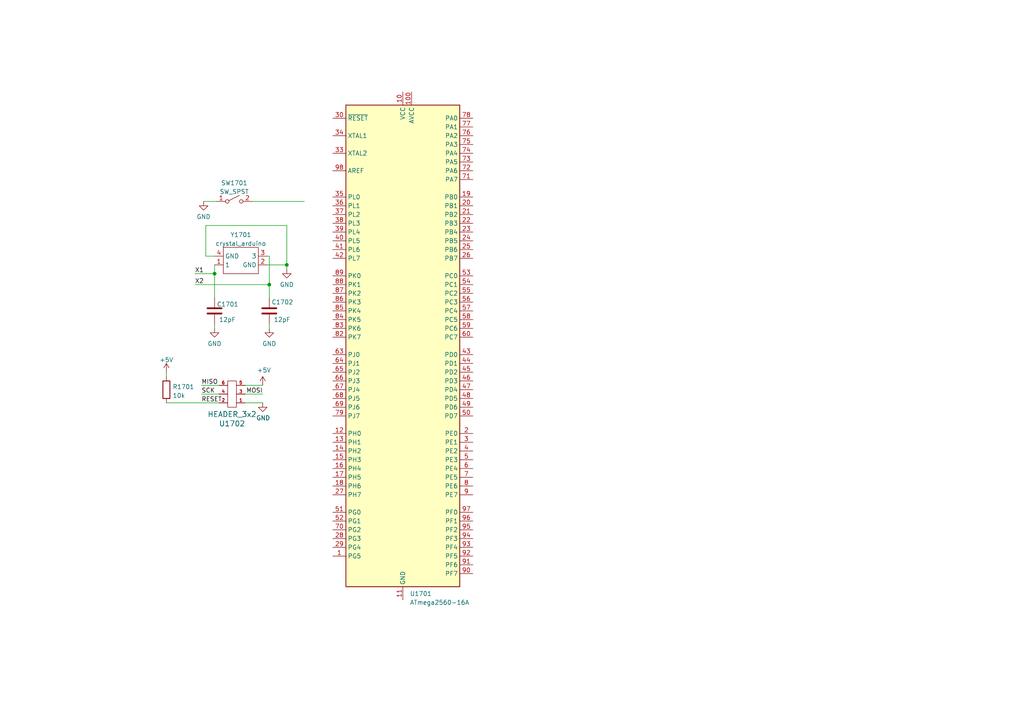
<source format=kicad_sch>
(kicad_sch (version 20211123) (generator eeschema)
  (paper "A4")
  (lib_symbols
    (symbol "Device:C" (pin_numbers hide) (pin_names (offset 0.254))
      (property "Reference" "C" (at 0.635 2.54 0))
      (property "Value" "C" (at 0.635 -2.54 0))
      (symbol "C_0_1"
        (polyline (pts (xy -2.032 -0.762) (xy 2.032 -0.762)) (stroke (width 0.508)))
        (polyline (pts (xy -2.032 0.762) (xy 2.032 0.762)) (stroke (width 0.508)))
      )
      (symbol "C_1_1"
        (pin passive line (at 0 3.81 270) (length 2.794) (name "~") (number "1"))
        (pin passive line (at 0 -3.81 90) (length 2.794) (name "~") (number "2"))
      )
    )
    (symbol "Device:R" (pin_numbers hide) (pin_names (offset 0))
      (property "Reference" "R" (at 2.032 0 90))
      (property "Value" "R" (at 0 0 90))
      (symbol "R_0_1"
        (rectangle (start -1.016 -2.54) (end 1.016 2.54) (stroke (width 0.254)))
      )
      (symbol "R_1_1"
        (pin passive line (at 0 3.81 270) (length 1.27) (name "~") (number "1"))
        (pin passive line (at 0 -3.81 90) (length 1.27) (name "~") (number "2"))
      )
    )
    (symbol "MCU_Microchip_ATmega:ATmega2560-16A"
      (property "Reference" "U" (at 0 1.27 0))
      (property "Value" "ATmega2560-16A" (at 0 -1.27 0))
      (symbol "ATmega2560-16A_0_1"
        (rectangle (start -16.51 -69.85) (end 16.51 69.85) (stroke (width 0.254)) (fill (type background)))
      )
      (symbol "ATmega2560-16A_1_1"
        (pin bidirectional line (at -20.32 -60.96 0) (length 3.81) (name "PG5") (number "1"))
        (pin power_in line (at 0 73.66 270) (length 3.81) (name "VCC") (number "10"))
        (pin power_in line (at 2.54 73.66 270) (length 3.81) (name "AVCC") (number "100"))
        (pin power_in line (at 0 -73.66 90) (length 3.81) (name "GND") (number "11"))
        (pin bidirectional line (at -20.32 -25.4 0) (length 3.81) (name "PH0") (number "12"))
        (pin bidirectional line (at -20.32 -27.94 0) (length 3.81) (name "PH1") (number "13"))
        (pin bidirectional line (at -20.32 -30.48 0) (length 3.81) (name "PH2") (number "14"))
        (pin bidirectional line (at -20.32 -33.02 0) (length 3.81) (name "PH3") (number "15"))
        (pin bidirectional line (at -20.32 -35.56 0) (length 3.81) (name "PH4") (number "16"))
        (pin bidirectional line (at -20.32 -38.1 0) (length 3.81) (name "PH5") (number "17"))
        (pin bidirectional line (at -20.32 -40.64 0) (length 3.81) (name "PH6") (number "18"))
        (pin bidirectional line (at 20.32 43.18 180) (length 3.81) (name "PB0") (number "19"))
        (pin bidirectional line (at 20.32 -25.4 180) (length 3.81) (name "PE0") (number "2"))
        (pin bidirectional line (at 20.32 40.64 180) (length 3.81) (name "PB1") (number "20"))
        (pin bidirectional line (at 20.32 38.1 180) (length 3.81) (name "PB2") (number "21"))
        (pin bidirectional line (at 20.32 35.56 180) (length 3.81) (name "PB3") (number "22"))
        (pin bidirectional line (at 20.32 33.02 180) (length 3.81) (name "PB4") (number "23"))
        (pin bidirectional line (at 20.32 30.48 180) (length 3.81) (name "PB5") (number "24"))
        (pin bidirectional line (at 20.32 27.94 180) (length 3.81) (name "PB6") (number "25"))
        (pin bidirectional line (at 20.32 25.4 180) (length 3.81) (name "PB7") (number "26"))
        (pin bidirectional line (at -20.32 -43.18 0) (length 3.81) (name "PH7") (number "27"))
        (pin bidirectional line (at -20.32 -55.88 0) (length 3.81) (name "PG3") (number "28"))
        (pin bidirectional line (at -20.32 -58.42 0) (length 3.81) (name "PG4") (number "29"))
        (pin bidirectional line (at 20.32 -27.94 180) (length 3.81) (name "PE1") (number "3"))
        (pin input line (at -20.32 66.04 0) (length 3.81) (name "~{RESET}") (number "30"))
        (pin passive line (at 0 73.66 270) (length 3.81) hide (name "VCC") (number "31"))
        (pin passive line (at 0 -73.66 90) (length 3.81) hide (name "GND") (number "32"))
        (pin output line (at -20.32 55.88 0) (length 3.81) (name "XTAL2") (number "33"))
        (pin input line (at -20.32 60.96 0) (length 3.81) (name "XTAL1") (number "34"))
        (pin bidirectional line (at -20.32 43.18 0) (length 3.81) (name "PL0") (number "35"))
        (pin bidirectional line (at -20.32 40.64 0) (length 3.81) (name "PL1") (number "36"))
        (pin bidirectional line (at -20.32 38.1 0) (length 3.81) (name "PL2") (number "37"))
        (pin bidirectional line (at -20.32 35.56 0) (length 3.81) (name "PL3") (number "38"))
        (pin bidirectional line (at -20.32 33.02 0) (length 3.81) (name "PL4") (number "39"))
        (pin bidirectional line (at 20.32 -30.48 180) (length 3.81) (name "PE2") (number "4"))
        (pin bidirectional line (at -20.32 30.48 0) (length 3.81) (name "PL5") (number "40"))
        (pin bidirectional line (at -20.32 27.94 0) (length 3.81) (name "PL6") (number "41"))
        (pin bidirectional line (at -20.32 25.4 0) (length 3.81) (name "PL7") (number "42"))
        (pin bidirectional line (at 20.32 -2.54 180) (length 3.81) (name "PD0") (number "43"))
        (pin bidirectional line (at 20.32 -5.08 180) (length 3.81) (name "PD1") (number "44"))
        (pin bidirectional line (at 20.32 -7.62 180) (length 3.81) (name "PD2") (number "45"))
        (pin bidirectional line (at 20.32 -10.16 180) (length 3.81) (name "PD3") (number "46"))
        (pin bidirectional line (at 20.32 -12.7 180) (length 3.81) (name "PD4") (number "47"))
        (pin bidirectional line (at 20.32 -15.24 180) (length 3.81) (name "PD5") (number "48"))
        (pin bidirectional line (at 20.32 -17.78 180) (length 3.81) (name "PD6") (number "49"))
        (pin bidirectional line (at 20.32 -33.02 180) (length 3.81) (name "PE3") (number "5"))
        (pin bidirectional line (at 20.32 -20.32 180) (length 3.81) (name "PD7") (number "50"))
        (pin bidirectional line (at -20.32 -48.26 0) (length 3.81) (name "PG0") (number "51"))
        (pin bidirectional line (at -20.32 -50.8 0) (length 3.81) (name "PG1") (number "52"))
        (pin bidirectional line (at 20.32 20.32 180) (length 3.81) (name "PC0") (number "53"))
        (pin bidirectional line (at 20.32 17.78 180) (length 3.81) (name "PC1") (number "54"))
        (pin bidirectional line (at 20.32 15.24 180) (length 3.81) (name "PC2") (number "55"))
        (pin bidirectional line (at 20.32 12.7 180) (length 3.81) (name "PC3") (number "56"))
        (pin bidirectional line (at 20.32 10.16 180) (length 3.81) (name "PC4") (number "57"))
        (pin bidirectional line (at 20.32 7.62 180) (length 3.81) (name "PC5") (number "58"))
        (pin bidirectional line (at 20.32 5.08 180) (length 3.81) (name "PC6") (number "59"))
        (pin bidirectional line (at 20.32 -35.56 180) (length 3.81) (name "PE4") (number "6"))
        (pin bidirectional line (at 20.32 2.54 180) (length 3.81) (name "PC7") (number "60"))
        (pin passive line (at 0 73.66 270) (length 3.81) hide (name "VCC") (number "61"))
        (pin passive line (at 0 -73.66 90) (length 3.81) hide (name "GND") (number "62"))
        (pin bidirectional line (at -20.32 -2.54 0) (length 3.81) (name "PJ0") (number "63"))
        (pin bidirectional line (at -20.32 -5.08 0) (length 3.81) (name "PJ1") (number "64"))
        (pin bidirectional line (at -20.32 -7.62 0) (length 3.81) (name "PJ2") (number "65"))
        (pin bidirectional line (at -20.32 -10.16 0) (length 3.81) (name "PJ3") (number "66"))
        (pin bidirectional line (at -20.32 -12.7 0) (length 3.81) (name "PJ4") (number "67"))
        (pin bidirectional line (at -20.32 -15.24 0) (length 3.81) (name "PJ5") (number "68"))
        (pin bidirectional line (at -20.32 -17.78 0) (length 3.81) (name "PJ6") (number "69"))
        (pin bidirectional line (at 20.32 -38.1 180) (length 3.81) (name "PE5") (number "7"))
        (pin bidirectional line (at -20.32 -53.34 0) (length 3.81) (name "PG2") (number "70"))
        (pin bidirectional line (at 20.32 48.26 180) (length 3.81) (name "PA7") (number "71"))
        (pin bidirectional line (at 20.32 50.8 180) (length 3.81) (name "PA6") (number "72"))
        (pin bidirectional line (at 20.32 53.34 180) (length 3.81) (name "PA5") (number "73"))
        (pin bidirectional line (at 20.32 55.88 180) (length 3.81) (name "PA4") (number "74"))
        (pin bidirectional line (at 20.32 58.42 180) (length 3.81) (name "PA3") (number "75"))
        (pin bidirectional line (at 20.32 60.96 180) (length 3.81) (name "PA2") (number "76"))
        (pin bidirectional line (at 20.32 63.5 180) (length 3.81) (name "PA1") (number "77"))
        (pin bidirectional line (at 20.32 66.04 180) (length 3.81) (name "PA0") (number "78"))
        (pin bidirectional line (at -20.32 -20.32 0) (length 3.81) (name "PJ7") (number "79"))
        (pin bidirectional line (at 20.32 -40.64 180) (length 3.81) (name "PE6") (number "8"))
        (pin passive line (at 0 73.66 270) (length 3.81) hide (name "VCC") (number "80"))
        (pin passive line (at 0 -73.66 90) (length 3.81) hide (name "GND") (number "81"))
        (pin bidirectional line (at -20.32 2.54 0) (length 3.81) (name "PK7") (number "82"))
        (pin bidirectional line (at -20.32 5.08 0) (length 3.81) (name "PK6") (number "83"))
        (pin bidirectional line (at -20.32 7.62 0) (length 3.81) (name "PK5") (number "84"))
        (pin bidirectional line (at -20.32 10.16 0) (length 3.81) (name "PK4") (number "85"))
        (pin bidirectional line (at -20.32 12.7 0) (length 3.81) (name "PK3") (number "86"))
        (pin bidirectional line (at -20.32 15.24 0) (length 3.81) (name "PK2") (number "87"))
        (pin bidirectional line (at -20.32 17.78 0) (length 3.81) (name "PK1") (number "88"))
        (pin bidirectional line (at -20.32 20.32 0) (length 3.81) (name "PK0") (number "89"))
        (pin bidirectional line (at 20.32 -43.18 180) (length 3.81) (name "PE7") (number "9"))
        (pin bidirectional line (at 20.32 -66.04 180) (length 3.81) (name "PF7") (number "90"))
        (pin bidirectional line (at 20.32 -63.5 180) (length 3.81) (name "PF6") (number "91"))
        (pin bidirectional line (at 20.32 -60.96 180) (length 3.81) (name "PF5") (number "92"))
        (pin bidirectional line (at 20.32 -58.42 180) (length 3.81) (name "PF4") (number "93"))
        (pin bidirectional line (at 20.32 -55.88 180) (length 3.81) (name "PF3") (number "94"))
        (pin bidirectional line (at 20.32 -53.34 180) (length 3.81) (name "PF2") (number "95"))
        (pin bidirectional line (at 20.32 -50.8 180) (length 3.81) (name "PF1") (number "96"))
        (pin bidirectional line (at 20.32 -48.26 180) (length 3.81) (name "PF0") (number "97"))
        (pin passive line (at -20.32 50.8 0) (length 3.81) (name "AREF") (number "98"))
        (pin passive line (at 0 -73.66 90) (length 3.81) hide (name "GND") (number "99"))
      )
    )
    (symbol "Switch:SW_SPST" (pin_names (offset 0) hide)
      (property "Reference" "SW" (at 0 3.175 0))
      (property "Value" "SW_SPST" (at 0 -2.54 0))
      (symbol "SW_SPST_0_0"
        (circle (center -2.032 0) (radius 0.508))
        (polyline (pts (xy -1.524 0.254) (xy 1.524 1.778)))
        (circle (center 2.032 0) (radius 0.508))
      )
      (symbol "SW_SPST_1_1"
        (pin passive line (at -5.08 0 0) (length 2.54) (name "A") (number "1"))
        (pin passive line (at 5.08 0 180) (length 2.54) (name "B") (number "2"))
      )
    )
    (symbol "custom_bas:crystal_arduino"
      (property "Reference" "Y" (at -2.54 0 0))
      (property "Value" "crystal_arduino" (at -1.27 2.54 0))
      (symbol "crystal_arduino_0_1"
        (rectangle (start -7.62 11.43) (end 2.54 3.81) (stroke (width 0.1524)))
      )
      (symbol "crystal_arduino_1_1"
        (pin passive line (at -10.16 6.35 0) (length 2.54) (name "1") (number "1"))
        (pin power_in line (at 5.08 6.35 180) (length 2.54) (name "GND") (number "2"))
        (pin passive line (at 5.08 8.89 180) (length 2.54) (name "3") (number "3"))
        (pin power_in line (at -10.16 8.89 0) (length 2.54) (name "GND") (number "4"))
      )
    )
    (symbol "power:+5V" (power) (pin_names (offset 0))
      (property "Value" "+5V" (at 0 3.556 0))
      (symbol "+5V_0_1"
        (polyline (pts (xy -0.762 1.27) (xy 0 2.54)))
        (polyline (pts (xy 0 0) (xy 0 2.54)))
        (polyline (pts (xy 0 2.54) (xy 0.762 1.27)))
      )
      (symbol "+5V_1_1"
        (pin power_in line (at 0 0 90) (length 0) hide (name "+5V") (number "1"))
      )
    )
    (symbol "power:GND" (power) (pin_names (offset 0))
      (property "Value" "GND" (at 0 -3.81 0))
      (symbol "GND_0_1"
        (polyline (pts (xy 0 0) (xy 0 -1.27) (xy 1.27 -1.27) (xy 0 -2.54) (xy -1.27 -1.27) (xy 0 -1.27)))
      )
      (symbol "GND_1_1"
        (pin power_in line (at 0 0 270) (length 0) hide (name "GND") (number "1"))
      )
    )
    (symbol "servoDriverSMD-rescue:HEADER_3x2-w_connectors" (pin_names (offset 0))
      (property "Reference" "J" (at 0 5.08 0))
      (property "Value" "HEADER_3x2-w_connectors" (at 0 -5.08 0))
      (symbol "HEADER_3x2-w_connectors_0_1"
        (rectangle (start 1.27 3.81) (end -1.27 -3.81))
      )
      (symbol "HEADER_3x2-w_connectors_1_1"
        (pin passive line (at -3.81 2.54 0) (length 2.54) (name "~") (number "1"))
        (pin passive line (at 3.81 2.54 180) (length 2.54) (name "~") (number "2"))
        (pin passive line (at -3.81 0 0) (length 2.54) (name "~") (number "3"))
        (pin passive line (at 3.81 0 180) (length 2.54) (name "~") (number "4"))
        (pin passive line (at -3.81 -2.54 0) (length 2.54) (name "~") (number "5"))
        (pin passive line (at 3.81 -2.54 180) (length 2.54) (name "~") (number "6"))
      )
    )
  )
  (junction (at 83.185 76.835))
  (junction (at 62.23 79.375))
  (junction (at 78.105 82.55))
  (wire (pts (xy 56.515 79.375) (xy 62.23 79.375)))
  (wire (pts (xy 59.69 74.295) (xy 59.69 65.405)))
  (wire (pts (xy 58.42 111.76) (xy 63.5 111.76)))
  (wire (pts (xy 78.105 74.295) (xy 78.105 82.55)))
  (wire (pts (xy 62.23 93.98) (xy 62.23 95.25)))
  (wire (pts (xy 62.23 79.375) (xy 62.23 86.36)))
  (wire (pts (xy 71.12 116.84) (xy 76.2 116.84)))
  (wire (pts (xy 78.105 82.55) (xy 78.105 86.36)))
  (wire (pts (xy 71.12 114.3) (xy 76.2 114.3)))
  (wire (pts (xy 59.055 58.42) (xy 62.865 58.42)))
  (wire (pts (xy 83.185 76.835) (xy 83.185 78.105)))
  (wire (pts (xy 78.105 93.98) (xy 78.105 95.25)))
  (wire (pts (xy 56.515 82.55) (xy 78.105 82.55)))
  (wire (pts (xy 62.23 76.835) (xy 62.23 79.375)))
  (wire (pts (xy 83.185 65.405) (xy 83.185 76.835)))
  (wire (pts (xy 78.105 74.295) (xy 77.47 74.295)))
  (wire (pts (xy 63.5 114.3) (xy 58.42 114.3)))
  (wire (pts (xy 48.26 107.95) (xy 48.26 109.22)))
  (wire (pts (xy 59.69 65.405) (xy 83.185 65.405)))
  (wire (pts (xy 83.185 76.835) (xy 77.47 76.835)))
  (wire (pts (xy 71.12 111.76) (xy 76.2 111.76)))
  (wire (pts (xy 59.69 74.295) (xy 62.23 74.295)))
  (wire (pts (xy 48.26 116.84) (xy 63.5 116.84)))
  (wire (pts (xy 73.025 58.42) (xy 88.265 58.42)))
  (label "X2" (at 56.515 82.55 0))
  (label "X1" (at 56.515 79.375 0))
  (label "MISO" (at 58.42 111.76 0))
  (label "SCK" (at 58.42 114.3 0))
  (label "RESET" (at 58.42 116.84 0))
  (label "MOSI" (at 76.2 114.3 180))
  (symbol (lib_id "power:GND") (at 76.2 116.84 0) (unit 1)
    (property "Reference" "#PWR01707" (effects hide))
    (property "Value" "GND" (at 76.327 121.2342 0))
  )
  (symbol (lib_id "power:GND") (at 78.105 95.25 0) (unit 1)
    (property "Reference" "#PWR01704" (effects hide))
    (property "Value" "GND" (at 78.105 99.6934 0))
  )
  (symbol (lib_id "custom_bas:crystal_arduino") (at 72.39 83.185 0) (unit 1)
    (property "Reference" "Y1701" (at 69.85 68.106 0))
    (property "Value" "crystal_arduino" (at 69.85 70.6429 0))
    (property "Footprint" "custom_kicad_lib_sk:crystal_arduino" (effects hide))
    (property "JLCPCB Part#" "C13738" (effects hide))
  )
  (symbol (lib_id "servoDriverSMD-rescue:HEADER_3x2-w_connectors") (at 67.31 114.3 180) (unit 1)
    (property "Reference" "U1702" (at 67.31 122.8598 0) (effects (font (size 1.524 1.524))))
    (property "Value" "HEADER_3x2" (at 67.31 120.1674 0) (effects (font (size 1.524 1.524))))
    (property "Footprint" "Connector_PinSocket_1.27mm:PinSocket_2x03_P1.27mm_Vertical" (effects hide))
  )
  (symbol (lib_id "power:GND") (at 62.23 95.25 0) (unit 1)
    (property "Reference" "#PWR01703" (effects hide))
    (property "Value" "GND" (at 62.23 99.6934 0))
  )
  (symbol (lib_id "MCU_Microchip_ATmega:ATmega2560-16A") (at 116.84 100.33 0) (unit 1)
    (property "Reference" "U1701" (at 118.8594 172.2104 0) (effects (justify left)))
    (property "Value" "ATmega2560-16A" (at 118.8594 174.7473 0) (effects (justify left)))
    (property "Footprint" "Package_QFP:TQFP-100_14x14mm_P0.5mm" (effects hide))
    (property "Datasheet" "http://ww1.microchip.com/downloads/en/DeviceDoc/Atmel-2549-8-bit-AVR-Microcontroller-ATmega640-1280-1281-2560-2561_datasheet.pdf" (effects hide))
    (property "JLCPCB Part#" "C22460" (effects hide))
  )
  (symbol (lib_id "power:GND") (at 59.055 58.42 0) (unit 1)
    (property "Reference" "#PWR01701" (effects hide))
    (property "Value" "GND" (at 59.055 62.8634 0))
  )
  (symbol (lib_id "power:GND") (at 83.185 78.105 0) (unit 1)
    (property "Reference" "#PWR01702" (effects hide))
    (property "Value" "GND" (at 83.185 82.5484 0))
  )
  (symbol (lib_id "Device:C") (at 62.23 90.17 180) (unit 1)
    (property "Reference" "C1701" (at 62.865 88.265 0) (effects (justify right)))
    (property "Value" "12pF" (at 63.5 92.71 0) (effects (justify right)))
    (property "Footprint" "Capacitor_SMD:C_0805_2012Metric_Pad1.18x1.45mm_HandSolder" (effects hide))
  )
  (symbol (lib_id "Switch:SW_SPST") (at 67.945 58.42 0) (unit 1)
    (property "Reference" "SW1701" (at 67.945 53.0692 0))
    (property "Value" "SW_SPST" (at 67.945 55.6061 0))
    (property "Footprint" "Button_Switch_SMD:SW_SPST_SKQG_WithStem" (effects hide))
    (property "JLCPCB Part#" "C318884" (effects hide))
  )
  (symbol (lib_id "power:+5V") (at 48.26 107.95 0) (unit 1)
    (property "Reference" "#PWR01705" (effects hide))
    (property "Value" "+5V" (at 48.26 104.3742 0))
  )
  (symbol (lib_id "Device:R") (at 48.26 113.03 0) (unit 1)
    (property "Reference" "R1701" (at 50.038 112.1953 0) (effects (justify left)))
    (property "Value" "10k" (at 50.038 114.7322 0) (effects (justify left)))
    (property "Footprint" "Resistor_SMD:R_1206_3216Metric_Pad1.30x1.75mm_HandSolder" (effects hide))
    (property "JLCPCB Part#" "C17902" (effects hide))
  )
  (symbol (lib_id "power:+5V") (at 76.2 111.76 0) (unit 1)
    (property "Reference" "#PWR01706" (effects hide))
    (property "Value" "+5V" (at 76.581 107.3658 0))
  )
  (symbol (lib_id "Device:C") (at 78.105 90.17 180) (unit 1)
    (property "Reference" "C1702" (at 78.74 87.63 0) (effects (justify right)))
    (property "Value" "12pF" (at 79.375 92.71 0) (effects (justify right)))
    (property "Footprint" "Capacitor_SMD:C_0805_2012Metric_Pad1.18x1.45mm_HandSolder" (effects hide))
    (property "JLCPCB Part#" "C1792" (effects hide))
  )
)
</source>
